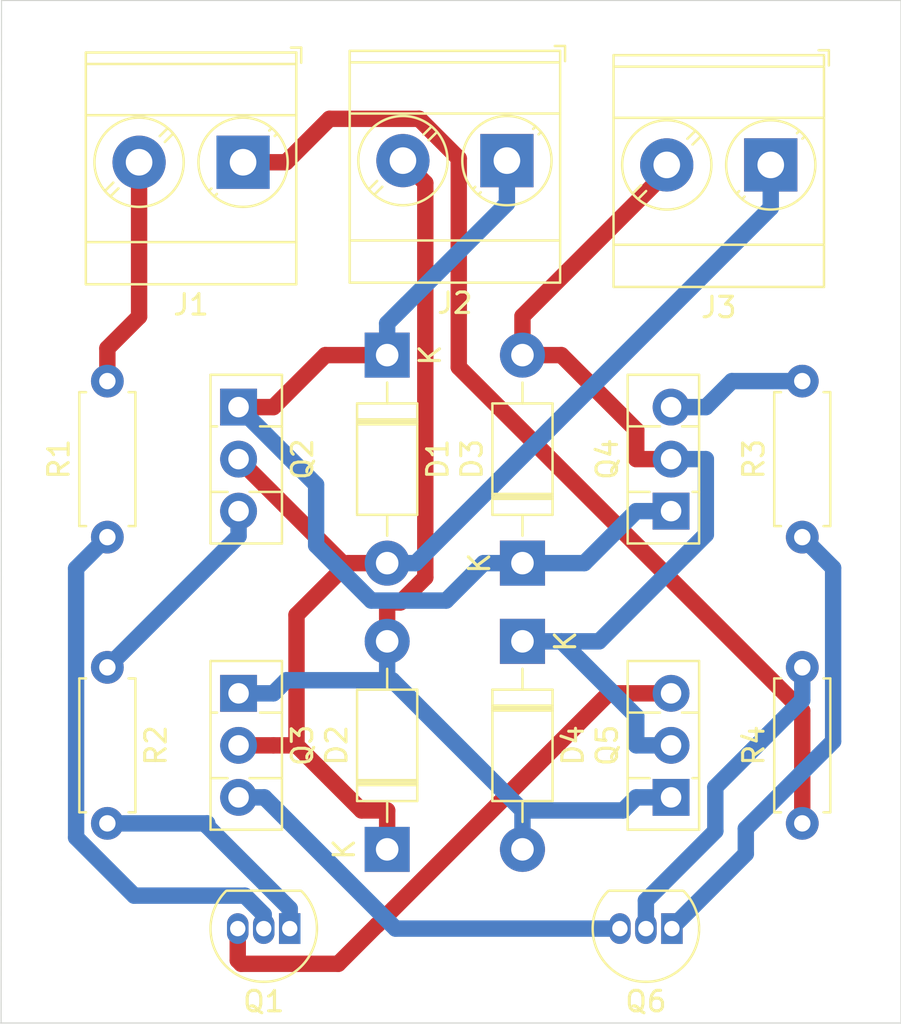
<source format=kicad_pcb>
(kicad_pcb (version 20171130) (host pcbnew "(5.1.6)-1")

  (general
    (thickness 1.6)
    (drawings 11)
    (tracks 107)
    (zones 0)
    (modules 17)
    (nets 15)
  )

  (page A4)
  (layers
    (0 F.Cu signal)
    (31 B.Cu signal)
    (32 B.Adhes user)
    (33 F.Adhes user)
    (34 B.Paste user)
    (35 F.Paste user)
    (36 B.SilkS user)
    (37 F.SilkS user)
    (38 B.Mask user)
    (39 F.Mask user)
    (40 Dwgs.User user)
    (41 Cmts.User user)
    (42 Eco1.User user)
    (43 Eco2.User user)
    (44 Edge.Cuts user)
    (45 Margin user hide)
    (46 B.CrtYd user)
    (47 F.CrtYd user)
    (48 B.Fab user)
    (49 F.Fab user)
  )

  (setup
    (last_trace_width 0.8)
    (trace_clearance 0.3)
    (zone_clearance 0.508)
    (zone_45_only no)
    (trace_min 0.2)
    (via_size 0.8)
    (via_drill 0.4)
    (via_min_size 0.4)
    (via_min_drill 0.3)
    (uvia_size 0.3)
    (uvia_drill 0.1)
    (uvias_allowed no)
    (uvia_min_size 0.2)
    (uvia_min_drill 0.1)
    (edge_width 0.05)
    (segment_width 0.2)
    (pcb_text_width 0.3)
    (pcb_text_size 1.5 1.5)
    (mod_edge_width 0.12)
    (mod_text_size 1 1)
    (mod_text_width 0.15)
    (pad_size 1.524 1.524)
    (pad_drill 0.762)
    (pad_to_mask_clearance 0.05)
    (aux_axis_origin 108.04 92.92)
    (visible_elements 7FFFFFFF)
    (pcbplotparams
      (layerselection 0x0d0fc_ffffffff)
      (usegerberextensions false)
      (usegerberattributes true)
      (usegerberadvancedattributes true)
      (creategerberjobfile true)
      (excludeedgelayer true)
      (linewidth 0.100000)
      (plotframeref false)
      (viasonmask false)
      (mode 1)
      (useauxorigin true)
      (hpglpennumber 1)
      (hpglpenspeed 20)
      (hpglpendiameter 15.000000)
      (psnegative false)
      (psa4output false)
      (plotreference true)
      (plotvalue true)
      (plotinvisibletext false)
      (padsonsilk false)
      (subtractmaskfromsilk false)
      (outputformat 1)
      (mirror false)
      (drillshape 0)
      (scaleselection 1)
      (outputdirectory "gerber"))
  )

  (net 0 "")
  (net 1 "Net-(D1-Pad1)")
  (net 2 GND)
  (net 3 "Net-(J1-Pad1)")
  (net 4 "Net-(Q1-Pad2)")
  (net 5 "Net-(Q1-Pad3)")
  (net 6 "Net-(Q1-Pad1)")
  (net 7 "Net-(Q2-Pad3)")
  (net 8 "Net-(Q3-Pad3)")
  (net 9 "Net-(Q4-Pad3)")
  (net 10 "Net-(Q6-Pad1)")
  (net 11 "Net-(Q6-Pad2)")
  (net 12 Mot1)
  (net 13 Mot2)
  (net 14 "Net-(J1-Pad2)")

  (net_class Default "This is the default net class."
    (clearance 0.3)
    (trace_width 0.8)
    (via_dia 0.8)
    (via_drill 0.4)
    (uvia_dia 0.3)
    (uvia_drill 0.1)
    (add_net GND)
    (add_net Mot1)
    (add_net Mot2)
    (add_net "Net-(D1-Pad1)")
    (add_net "Net-(J1-Pad1)")
    (add_net "Net-(J1-Pad2)")
    (add_net "Net-(Q1-Pad1)")
    (add_net "Net-(Q1-Pad2)")
    (add_net "Net-(Q1-Pad3)")
    (add_net "Net-(Q2-Pad3)")
    (add_net "Net-(Q3-Pad3)")
    (add_net "Net-(Q4-Pad3)")
    (add_net "Net-(Q6-Pad1)")
    (add_net "Net-(Q6-Pad2)")
  )

  (module Package_TO_SOT_THT:TO-126-3_Vertical (layer F.Cu) (tedit 5AC8BA0D) (tstamp 5FBC1DBE)
    (at 119.64 76.81 270)
    (descr "TO-126-3, Vertical, RM 2.54mm, see https://www.diodes.com/assets/Package-Files/TO126.pdf")
    (tags "TO-126-3 Vertical RM 2.54mm")
    (path /5FA5A5DC)
    (fp_text reference Q3 (at 2.54 -3.12 90) (layer F.SilkS)
      (effects (font (size 1 1) (thickness 0.15)))
    )
    (fp_text value BD139 (at 2.54 2.5 90) (layer F.Fab)
      (effects (font (size 1 1) (thickness 0.15)))
    )
    (fp_line (start -1.46 -2) (end -1.46 1.25) (layer F.Fab) (width 0.1))
    (fp_line (start -1.46 1.25) (end 6.54 1.25) (layer F.Fab) (width 0.1))
    (fp_line (start 6.54 1.25) (end 6.54 -2) (layer F.Fab) (width 0.1))
    (fp_line (start 6.54 -2) (end -1.46 -2) (layer F.Fab) (width 0.1))
    (fp_line (start 0.94 -2) (end 0.94 1.25) (layer F.Fab) (width 0.1))
    (fp_line (start 4.14 -2) (end 4.14 1.25) (layer F.Fab) (width 0.1))
    (fp_line (start -1.58 -2.12) (end 6.66 -2.12) (layer F.SilkS) (width 0.12))
    (fp_line (start -1.58 1.37) (end 6.66 1.37) (layer F.SilkS) (width 0.12))
    (fp_line (start -1.58 -2.12) (end -1.58 1.37) (layer F.SilkS) (width 0.12))
    (fp_line (start 6.66 -2.12) (end 6.66 1.37) (layer F.SilkS) (width 0.12))
    (fp_line (start 0.94 -2.12) (end 0.94 -1.05) (layer F.SilkS) (width 0.12))
    (fp_line (start 0.94 1.05) (end 0.94 1.37) (layer F.SilkS) (width 0.12))
    (fp_line (start 4.141 -2.12) (end 4.141 -0.54) (layer F.SilkS) (width 0.12))
    (fp_line (start 4.141 0.54) (end 4.141 1.37) (layer F.SilkS) (width 0.12))
    (fp_line (start -1.71 -2.25) (end -1.71 1.5) (layer F.CrtYd) (width 0.05))
    (fp_line (start -1.71 1.5) (end 6.79 1.5) (layer F.CrtYd) (width 0.05))
    (fp_line (start 6.79 1.5) (end 6.79 -2.25) (layer F.CrtYd) (width 0.05))
    (fp_line (start 6.79 -2.25) (end -1.71 -2.25) (layer F.CrtYd) (width 0.05))
    (fp_text user %R (at 2.54 -3.12 90) (layer F.Fab)
      (effects (font (size 1 1) (thickness 0.15)))
    )
    (pad 3 thru_hole oval (at 5.08 0 270) (size 1.8 1.8) (drill 1) (layers *.Cu *.Mask)
      (net 8 "Net-(Q3-Pad3)"))
    (pad 2 thru_hole oval (at 2.54 0 270) (size 1.8 1.8) (drill 1) (layers *.Cu *.Mask)
      (net 12 Mot1))
    (pad 1 thru_hole rect (at 0 0 270) (size 1.8 1.8) (drill 1) (layers *.Cu *.Mask)
      (net 2 GND))
    (model ${KISYS3DMOD}/Package_TO_SOT_THT.3dshapes/TO-126-3_Vertical.wrl
      (at (xyz 0 0 0))
      (scale (xyz 1 1 1))
      (rotate (xyz 0 0 0))
    )
  )

  (module Resistor_THT:R_Axial_DIN0207_L6.3mm_D2.5mm_P7.62mm_Horizontal (layer F.Cu) (tedit 5AE5139B) (tstamp 5FBC1E51)
    (at 147.18 83.16 90)
    (descr "Resistor, Axial_DIN0207 series, Axial, Horizontal, pin pitch=7.62mm, 0.25W = 1/4W, length*diameter=6.3*2.5mm^2, http://cdn-reichelt.de/documents/datenblatt/B400/1_4W%23YAG.pdf")
    (tags "Resistor Axial_DIN0207 series Axial Horizontal pin pitch 7.62mm 0.25W = 1/4W length 6.3mm diameter 2.5mm")
    (path /5FA62D7C)
    (fp_text reference R4 (at 3.81 -2.37 90) (layer F.SilkS)
      (effects (font (size 1 1) (thickness 0.15)))
    )
    (fp_text value R (at 3.81 2.37 90) (layer F.Fab)
      (effects (font (size 1 1) (thickness 0.15)))
    )
    (fp_line (start 8.67 -1.5) (end -1.05 -1.5) (layer F.CrtYd) (width 0.05))
    (fp_line (start 8.67 1.5) (end 8.67 -1.5) (layer F.CrtYd) (width 0.05))
    (fp_line (start -1.05 1.5) (end 8.67 1.5) (layer F.CrtYd) (width 0.05))
    (fp_line (start -1.05 -1.5) (end -1.05 1.5) (layer F.CrtYd) (width 0.05))
    (fp_line (start 7.08 1.37) (end 7.08 1.04) (layer F.SilkS) (width 0.12))
    (fp_line (start 0.54 1.37) (end 7.08 1.37) (layer F.SilkS) (width 0.12))
    (fp_line (start 0.54 1.04) (end 0.54 1.37) (layer F.SilkS) (width 0.12))
    (fp_line (start 7.08 -1.37) (end 7.08 -1.04) (layer F.SilkS) (width 0.12))
    (fp_line (start 0.54 -1.37) (end 7.08 -1.37) (layer F.SilkS) (width 0.12))
    (fp_line (start 0.54 -1.04) (end 0.54 -1.37) (layer F.SilkS) (width 0.12))
    (fp_line (start 7.62 0) (end 6.96 0) (layer F.Fab) (width 0.1))
    (fp_line (start 0 0) (end 0.66 0) (layer F.Fab) (width 0.1))
    (fp_line (start 6.96 -1.25) (end 0.66 -1.25) (layer F.Fab) (width 0.1))
    (fp_line (start 6.96 1.25) (end 6.96 -1.25) (layer F.Fab) (width 0.1))
    (fp_line (start 0.66 1.25) (end 6.96 1.25) (layer F.Fab) (width 0.1))
    (fp_line (start 0.66 -1.25) (end 0.66 1.25) (layer F.Fab) (width 0.1))
    (fp_text user %R (at 3.81 0 90) (layer F.Fab)
      (effects (font (size 1 1) (thickness 0.15)))
    )
    (pad 1 thru_hole circle (at 0 0 90) (size 1.6 1.6) (drill 0.8) (layers *.Cu *.Mask)
      (net 3 "Net-(J1-Pad1)"))
    (pad 2 thru_hole oval (at 7.62 0 90) (size 1.6 1.6) (drill 0.8) (layers *.Cu *.Mask)
      (net 11 "Net-(Q6-Pad2)"))
    (model ${KISYS3DMOD}/Resistor_THT.3dshapes/R_Axial_DIN0207_L6.3mm_D2.5mm_P7.62mm_Horizontal.wrl
      (at (xyz 0 0 0))
      (scale (xyz 1 1 1))
      (rotate (xyz 0 0 0))
    )
  )

  (module Package_TO_SOT_THT:TO-126-3_Vertical (layer F.Cu) (tedit 5AC8BA0D) (tstamp 5FBC1E09)
    (at 140.77 81.89 90)
    (descr "TO-126-3, Vertical, RM 2.54mm, see https://www.diodes.com/assets/Package-Files/TO126.pdf")
    (tags "TO-126-3 Vertical RM 2.54mm")
    (path /5FA5BC3E)
    (fp_text reference Q5 (at 2.54 -3.12 90) (layer F.SilkS)
      (effects (font (size 1 1) (thickness 0.15)))
    )
    (fp_text value BD139 (at 2.54 2.5 90) (layer F.Fab)
      (effects (font (size 1 1) (thickness 0.15)))
    )
    (fp_line (start 6.79 -2.25) (end -1.71 -2.25) (layer F.CrtYd) (width 0.05))
    (fp_line (start 6.79 1.5) (end 6.79 -2.25) (layer F.CrtYd) (width 0.05))
    (fp_line (start -1.71 1.5) (end 6.79 1.5) (layer F.CrtYd) (width 0.05))
    (fp_line (start -1.71 -2.25) (end -1.71 1.5) (layer F.CrtYd) (width 0.05))
    (fp_line (start 4.141 0.54) (end 4.141 1.37) (layer F.SilkS) (width 0.12))
    (fp_line (start 4.141 -2.12) (end 4.141 -0.54) (layer F.SilkS) (width 0.12))
    (fp_line (start 0.94 1.05) (end 0.94 1.37) (layer F.SilkS) (width 0.12))
    (fp_line (start 0.94 -2.12) (end 0.94 -1.05) (layer F.SilkS) (width 0.12))
    (fp_line (start 6.66 -2.12) (end 6.66 1.37) (layer F.SilkS) (width 0.12))
    (fp_line (start -1.58 -2.12) (end -1.58 1.37) (layer F.SilkS) (width 0.12))
    (fp_line (start -1.58 1.37) (end 6.66 1.37) (layer F.SilkS) (width 0.12))
    (fp_line (start -1.58 -2.12) (end 6.66 -2.12) (layer F.SilkS) (width 0.12))
    (fp_line (start 4.14 -2) (end 4.14 1.25) (layer F.Fab) (width 0.1))
    (fp_line (start 0.94 -2) (end 0.94 1.25) (layer F.Fab) (width 0.1))
    (fp_line (start 6.54 -2) (end -1.46 -2) (layer F.Fab) (width 0.1))
    (fp_line (start 6.54 1.25) (end 6.54 -2) (layer F.Fab) (width 0.1))
    (fp_line (start -1.46 1.25) (end 6.54 1.25) (layer F.Fab) (width 0.1))
    (fp_line (start -1.46 -2) (end -1.46 1.25) (layer F.Fab) (width 0.1))
    (fp_text user %R (at 2.54 -3.12 90) (layer F.Fab)
      (effects (font (size 1 1) (thickness 0.15)))
    )
    (pad 1 thru_hole rect (at 0 0 90) (size 1.8 1.8) (drill 1) (layers *.Cu *.Mask)
      (net 2 GND))
    (pad 2 thru_hole oval (at 2.54 0 90) (size 1.8 1.8) (drill 1) (layers *.Cu *.Mask)
      (net 13 Mot2))
    (pad 3 thru_hole oval (at 5.08 0 90) (size 1.8 1.8) (drill 1) (layers *.Cu *.Mask)
      (net 5 "Net-(Q1-Pad3)"))
    (model ${KISYS3DMOD}/Package_TO_SOT_THT.3dshapes/TO-126-3_Vertical.wrl
      (at (xyz 0 0 0))
      (scale (xyz 1 1 1))
      (rotate (xyz 0 0 0))
    )
  )

  (module Diode_THT:D_DO-41_SOD81_P10.16mm_Horizontal (layer F.Cu) (tedit 5AE50CD5) (tstamp 5FA60CE2)
    (at 126.9 60.29 270)
    (descr "Diode, DO-41_SOD81 series, Axial, Horizontal, pin pitch=10.16mm, , length*diameter=5.2*2.7mm^2, , http://www.diodes.com/_files/packages/DO-41%20(Plastic).pdf")
    (tags "Diode DO-41_SOD81 series Axial Horizontal pin pitch 10.16mm  length 5.2mm diameter 2.7mm")
    (path /5FA64925)
    (fp_text reference D1 (at 5.08 -2.47 90) (layer F.SilkS)
      (effects (font (size 1 1) (thickness 0.15)))
    )
    (fp_text value 1N4001 (at 5.08 2.47 90) (layer F.Fab)
      (effects (font (size 1 1) (thickness 0.15)))
    )
    (fp_line (start 11.51 -1.6) (end -1.35 -1.6) (layer F.CrtYd) (width 0.05))
    (fp_line (start 11.51 1.6) (end 11.51 -1.6) (layer F.CrtYd) (width 0.05))
    (fp_line (start -1.35 1.6) (end 11.51 1.6) (layer F.CrtYd) (width 0.05))
    (fp_line (start -1.35 -1.6) (end -1.35 1.6) (layer F.CrtYd) (width 0.05))
    (fp_line (start 3.14 -1.47) (end 3.14 1.47) (layer F.SilkS) (width 0.12))
    (fp_line (start 3.38 -1.47) (end 3.38 1.47) (layer F.SilkS) (width 0.12))
    (fp_line (start 3.26 -1.47) (end 3.26 1.47) (layer F.SilkS) (width 0.12))
    (fp_line (start 8.82 0) (end 7.8 0) (layer F.SilkS) (width 0.12))
    (fp_line (start 1.34 0) (end 2.36 0) (layer F.SilkS) (width 0.12))
    (fp_line (start 7.8 -1.47) (end 2.36 -1.47) (layer F.SilkS) (width 0.12))
    (fp_line (start 7.8 1.47) (end 7.8 -1.47) (layer F.SilkS) (width 0.12))
    (fp_line (start 2.36 1.47) (end 7.8 1.47) (layer F.SilkS) (width 0.12))
    (fp_line (start 2.36 -1.47) (end 2.36 1.47) (layer F.SilkS) (width 0.12))
    (fp_line (start 3.16 -1.35) (end 3.16 1.35) (layer F.Fab) (width 0.1))
    (fp_line (start 3.36 -1.35) (end 3.36 1.35) (layer F.Fab) (width 0.1))
    (fp_line (start 3.26 -1.35) (end 3.26 1.35) (layer F.Fab) (width 0.1))
    (fp_line (start 10.16 0) (end 7.68 0) (layer F.Fab) (width 0.1))
    (fp_line (start 0 0) (end 2.48 0) (layer F.Fab) (width 0.1))
    (fp_line (start 7.68 -1.35) (end 2.48 -1.35) (layer F.Fab) (width 0.1))
    (fp_line (start 7.68 1.35) (end 7.68 -1.35) (layer F.Fab) (width 0.1))
    (fp_line (start 2.48 1.35) (end 7.68 1.35) (layer F.Fab) (width 0.1))
    (fp_line (start 2.48 -1.35) (end 2.48 1.35) (layer F.Fab) (width 0.1))
    (fp_text user %R (at 5.47 0 90) (layer F.Fab)
      (effects (font (size 1 1) (thickness 0.15)))
    )
    (fp_text user K (at 0 -2.1 90) (layer F.Fab)
      (effects (font (size 1 1) (thickness 0.15)))
    )
    (fp_text user K (at 0 -2.1 90) (layer F.SilkS)
      (effects (font (size 1 1) (thickness 0.15)))
    )
    (pad 1 thru_hole rect (at 0 0 270) (size 2.2 2.2) (drill 1.1) (layers *.Cu *.Mask)
      (net 1 "Net-(D1-Pad1)"))
    (pad 2 thru_hole oval (at 10.16 0 270) (size 2.2 2.2) (drill 1.1) (layers *.Cu *.Mask)
      (net 12 Mot1))
    (model ${KISYS3DMOD}/Diode_THT.3dshapes/D_DO-41_SOD81_P10.16mm_Horizontal.wrl
      (at (xyz 0 0 0))
      (scale (xyz 1 1 1))
      (rotate (xyz 0 0 0))
    )
  )

  (module Diode_THT:D_DO-41_SOD81_P10.16mm_Horizontal (layer F.Cu) (tedit 5AE50CD5) (tstamp 5FBC1D69)
    (at 126.9 84.43 90)
    (descr "Diode, DO-41_SOD81 series, Axial, Horizontal, pin pitch=10.16mm, , length*diameter=5.2*2.7mm^2, , http://www.diodes.com/_files/packages/DO-41%20(Plastic).pdf")
    (tags "Diode DO-41_SOD81 series Axial Horizontal pin pitch 10.16mm  length 5.2mm diameter 2.7mm")
    (path /5FA65B20)
    (fp_text reference D2 (at 5.08 -2.47 90) (layer F.SilkS)
      (effects (font (size 1 1) (thickness 0.15)))
    )
    (fp_text value 1N4001 (at 5.08 2.47 90) (layer F.Fab)
      (effects (font (size 1 1) (thickness 0.15)))
    )
    (fp_line (start 11.51 -1.6) (end -1.35 -1.6) (layer F.CrtYd) (width 0.05))
    (fp_line (start 11.51 1.6) (end 11.51 -1.6) (layer F.CrtYd) (width 0.05))
    (fp_line (start -1.35 1.6) (end 11.51 1.6) (layer F.CrtYd) (width 0.05))
    (fp_line (start -1.35 -1.6) (end -1.35 1.6) (layer F.CrtYd) (width 0.05))
    (fp_line (start 3.14 -1.47) (end 3.14 1.47) (layer F.SilkS) (width 0.12))
    (fp_line (start 3.38 -1.47) (end 3.38 1.47) (layer F.SilkS) (width 0.12))
    (fp_line (start 3.26 -1.47) (end 3.26 1.47) (layer F.SilkS) (width 0.12))
    (fp_line (start 8.82 0) (end 7.8 0) (layer F.SilkS) (width 0.12))
    (fp_line (start 1.34 0) (end 2.36 0) (layer F.SilkS) (width 0.12))
    (fp_line (start 7.8 -1.47) (end 2.36 -1.47) (layer F.SilkS) (width 0.12))
    (fp_line (start 7.8 1.47) (end 7.8 -1.47) (layer F.SilkS) (width 0.12))
    (fp_line (start 2.36 1.47) (end 7.8 1.47) (layer F.SilkS) (width 0.12))
    (fp_line (start 2.36 -1.47) (end 2.36 1.47) (layer F.SilkS) (width 0.12))
    (fp_line (start 3.16 -1.35) (end 3.16 1.35) (layer F.Fab) (width 0.1))
    (fp_line (start 3.36 -1.35) (end 3.36 1.35) (layer F.Fab) (width 0.1))
    (fp_line (start 3.26 -1.35) (end 3.26 1.35) (layer F.Fab) (width 0.1))
    (fp_line (start 10.16 0) (end 7.68 0) (layer F.Fab) (width 0.1))
    (fp_line (start 0 0) (end 2.48 0) (layer F.Fab) (width 0.1))
    (fp_line (start 7.68 -1.35) (end 2.48 -1.35) (layer F.Fab) (width 0.1))
    (fp_line (start 7.68 1.35) (end 7.68 -1.35) (layer F.Fab) (width 0.1))
    (fp_line (start 2.48 1.35) (end 7.68 1.35) (layer F.Fab) (width 0.1))
    (fp_line (start 2.48 -1.35) (end 2.48 1.35) (layer F.Fab) (width 0.1))
    (fp_text user %R (at 5.47 0 90) (layer F.Fab)
      (effects (font (size 1 1) (thickness 0.15)))
    )
    (fp_text user K (at 0 -2.1 90) (layer F.Fab)
      (effects (font (size 1 1) (thickness 0.15)))
    )
    (fp_text user K (at 0 -2.1 90) (layer F.SilkS)
      (effects (font (size 1 1) (thickness 0.15)))
    )
    (pad 1 thru_hole rect (at 0 0 90) (size 2.2 2.2) (drill 1.1) (layers *.Cu *.Mask)
      (net 12 Mot1))
    (pad 2 thru_hole oval (at 10.16 0 90) (size 2.2 2.2) (drill 1.1) (layers *.Cu *.Mask)
      (net 2 GND))
    (model ${KISYS3DMOD}/Diode_THT.3dshapes/D_DO-41_SOD81_P10.16mm_Horizontal.wrl
      (at (xyz 0 0 0))
      (scale (xyz 1 1 1))
      (rotate (xyz 0 0 0))
    )
  )

  (module Diode_THT:D_DO-41_SOD81_P10.16mm_Horizontal (layer F.Cu) (tedit 5AE50CD5) (tstamp 5FA60D20)
    (at 133.51 70.45 90)
    (descr "Diode, DO-41_SOD81 series, Axial, Horizontal, pin pitch=10.16mm, , length*diameter=5.2*2.7mm^2, , http://www.diodes.com/_files/packages/DO-41%20(Plastic).pdf")
    (tags "Diode DO-41_SOD81 series Axial Horizontal pin pitch 10.16mm  length 5.2mm diameter 2.7mm")
    (path /5FA6558F)
    (fp_text reference D3 (at 5.08 -2.47 90) (layer F.SilkS)
      (effects (font (size 1 1) (thickness 0.15)))
    )
    (fp_text value 1N4001 (at 5.08 2.47 90) (layer F.Fab)
      (effects (font (size 1 1) (thickness 0.15)))
    )
    (fp_line (start 2.48 -1.35) (end 2.48 1.35) (layer F.Fab) (width 0.1))
    (fp_line (start 2.48 1.35) (end 7.68 1.35) (layer F.Fab) (width 0.1))
    (fp_line (start 7.68 1.35) (end 7.68 -1.35) (layer F.Fab) (width 0.1))
    (fp_line (start 7.68 -1.35) (end 2.48 -1.35) (layer F.Fab) (width 0.1))
    (fp_line (start 0 0) (end 2.48 0) (layer F.Fab) (width 0.1))
    (fp_line (start 10.16 0) (end 7.68 0) (layer F.Fab) (width 0.1))
    (fp_line (start 3.26 -1.35) (end 3.26 1.35) (layer F.Fab) (width 0.1))
    (fp_line (start 3.36 -1.35) (end 3.36 1.35) (layer F.Fab) (width 0.1))
    (fp_line (start 3.16 -1.35) (end 3.16 1.35) (layer F.Fab) (width 0.1))
    (fp_line (start 2.36 -1.47) (end 2.36 1.47) (layer F.SilkS) (width 0.12))
    (fp_line (start 2.36 1.47) (end 7.8 1.47) (layer F.SilkS) (width 0.12))
    (fp_line (start 7.8 1.47) (end 7.8 -1.47) (layer F.SilkS) (width 0.12))
    (fp_line (start 7.8 -1.47) (end 2.36 -1.47) (layer F.SilkS) (width 0.12))
    (fp_line (start 1.34 0) (end 2.36 0) (layer F.SilkS) (width 0.12))
    (fp_line (start 8.82 0) (end 7.8 0) (layer F.SilkS) (width 0.12))
    (fp_line (start 3.26 -1.47) (end 3.26 1.47) (layer F.SilkS) (width 0.12))
    (fp_line (start 3.38 -1.47) (end 3.38 1.47) (layer F.SilkS) (width 0.12))
    (fp_line (start 3.14 -1.47) (end 3.14 1.47) (layer F.SilkS) (width 0.12))
    (fp_line (start -1.35 -1.6) (end -1.35 1.6) (layer F.CrtYd) (width 0.05))
    (fp_line (start -1.35 1.6) (end 11.51 1.6) (layer F.CrtYd) (width 0.05))
    (fp_line (start 11.51 1.6) (end 11.51 -1.6) (layer F.CrtYd) (width 0.05))
    (fp_line (start 11.51 -1.6) (end -1.35 -1.6) (layer F.CrtYd) (width 0.05))
    (fp_text user K (at 0 -2.1 90) (layer F.SilkS)
      (effects (font (size 1 1) (thickness 0.15)))
    )
    (fp_text user K (at 0 -2.1 90) (layer F.Fab)
      (effects (font (size 1 1) (thickness 0.15)))
    )
    (fp_text user %R (at 5.47 0 90) (layer F.Fab)
      (effects (font (size 1 1) (thickness 0.15)))
    )
    (pad 2 thru_hole oval (at 10.16 0 90) (size 2.2 2.2) (drill 1.1) (layers *.Cu *.Mask)
      (net 13 Mot2))
    (pad 1 thru_hole rect (at 0 0 90) (size 2.2 2.2) (drill 1.1) (layers *.Cu *.Mask)
      (net 1 "Net-(D1-Pad1)"))
    (model ${KISYS3DMOD}/Diode_THT.3dshapes/D_DO-41_SOD81_P10.16mm_Horizontal.wrl
      (at (xyz 0 0 0))
      (scale (xyz 1 1 1))
      (rotate (xyz 0 0 0))
    )
  )

  (module Diode_THT:D_DO-41_SOD81_P10.16mm_Horizontal (layer F.Cu) (tedit 5AE50CD5) (tstamp 5FBC1B8F)
    (at 133.51 74.27 270)
    (descr "Diode, DO-41_SOD81 series, Axial, Horizontal, pin pitch=10.16mm, , length*diameter=5.2*2.7mm^2, , http://www.diodes.com/_files/packages/DO-41%20(Plastic).pdf")
    (tags "Diode DO-41_SOD81 series Axial Horizontal pin pitch 10.16mm  length 5.2mm diameter 2.7mm")
    (path /5FA66A93)
    (fp_text reference D4 (at 5.08 -2.47 90) (layer F.SilkS)
      (effects (font (size 1 1) (thickness 0.15)))
    )
    (fp_text value 1N4001 (at 5.08 2.47 90) (layer F.Fab)
      (effects (font (size 1 1) (thickness 0.15)))
    )
    (fp_line (start 2.48 -1.35) (end 2.48 1.35) (layer F.Fab) (width 0.1))
    (fp_line (start 2.48 1.35) (end 7.68 1.35) (layer F.Fab) (width 0.1))
    (fp_line (start 7.68 1.35) (end 7.68 -1.35) (layer F.Fab) (width 0.1))
    (fp_line (start 7.68 -1.35) (end 2.48 -1.35) (layer F.Fab) (width 0.1))
    (fp_line (start 0 0) (end 2.48 0) (layer F.Fab) (width 0.1))
    (fp_line (start 10.16 0) (end 7.68 0) (layer F.Fab) (width 0.1))
    (fp_line (start 3.26 -1.35) (end 3.26 1.35) (layer F.Fab) (width 0.1))
    (fp_line (start 3.36 -1.35) (end 3.36 1.35) (layer F.Fab) (width 0.1))
    (fp_line (start 3.16 -1.35) (end 3.16 1.35) (layer F.Fab) (width 0.1))
    (fp_line (start 2.36 -1.47) (end 2.36 1.47) (layer F.SilkS) (width 0.12))
    (fp_line (start 2.36 1.47) (end 7.8 1.47) (layer F.SilkS) (width 0.12))
    (fp_line (start 7.8 1.47) (end 7.8 -1.47) (layer F.SilkS) (width 0.12))
    (fp_line (start 7.8 -1.47) (end 2.36 -1.47) (layer F.SilkS) (width 0.12))
    (fp_line (start 1.34 0) (end 2.36 0) (layer F.SilkS) (width 0.12))
    (fp_line (start 8.82 0) (end 7.8 0) (layer F.SilkS) (width 0.12))
    (fp_line (start 3.26 -1.47) (end 3.26 1.47) (layer F.SilkS) (width 0.12))
    (fp_line (start 3.38 -1.47) (end 3.38 1.47) (layer F.SilkS) (width 0.12))
    (fp_line (start 3.14 -1.47) (end 3.14 1.47) (layer F.SilkS) (width 0.12))
    (fp_line (start -1.35 -1.6) (end -1.35 1.6) (layer F.CrtYd) (width 0.05))
    (fp_line (start -1.35 1.6) (end 11.51 1.6) (layer F.CrtYd) (width 0.05))
    (fp_line (start 11.51 1.6) (end 11.51 -1.6) (layer F.CrtYd) (width 0.05))
    (fp_line (start 11.51 -1.6) (end -1.35 -1.6) (layer F.CrtYd) (width 0.05))
    (fp_text user K (at 0 -2.1 90) (layer F.SilkS)
      (effects (font (size 1 1) (thickness 0.15)))
    )
    (fp_text user K (at 0 -2.1 90) (layer F.Fab)
      (effects (font (size 1 1) (thickness 0.15)))
    )
    (fp_text user %R (at 5.47 0 90) (layer F.Fab)
      (effects (font (size 1 1) (thickness 0.15)))
    )
    (pad 2 thru_hole oval (at 10.16 0 270) (size 2.2 2.2) (drill 1.1) (layers *.Cu *.Mask)
      (net 2 GND))
    (pad 1 thru_hole rect (at 0 0 270) (size 2.2 2.2) (drill 1.1) (layers *.Cu *.Mask)
      (net 13 Mot2))
    (model ${KISYS3DMOD}/Diode_THT.3dshapes/D_DO-41_SOD81_P10.16mm_Horizontal.wrl
      (at (xyz 0 0 0))
      (scale (xyz 1 1 1))
      (rotate (xyz 0 0 0))
    )
  )

  (module Package_TO_SOT_THT:TO-92_Inline (layer F.Cu) (tedit 5A1DD157) (tstamp 5FBC2A50)
    (at 122.14 88.3 180)
    (descr "TO-92 leads in-line, narrow, oval pads, drill 0.75mm (see NXP sot054_po.pdf)")
    (tags "to-92 sc-43 sc-43a sot54 PA33 transistor")
    (path /5FA5F77D)
    (fp_text reference Q1 (at 1.27 -3.56) (layer F.SilkS)
      (effects (font (size 1 1) (thickness 0.15)))
    )
    (fp_text value BC547 (at 1.27 2.79) (layer F.Fab)
      (effects (font (size 1 1) (thickness 0.15)))
    )
    (fp_line (start 4 2.01) (end -1.46 2.01) (layer F.CrtYd) (width 0.05))
    (fp_line (start 4 2.01) (end 4 -2.73) (layer F.CrtYd) (width 0.05))
    (fp_line (start -1.46 -2.73) (end -1.46 2.01) (layer F.CrtYd) (width 0.05))
    (fp_line (start -1.46 -2.73) (end 4 -2.73) (layer F.CrtYd) (width 0.05))
    (fp_line (start -0.5 1.75) (end 3 1.75) (layer F.Fab) (width 0.1))
    (fp_line (start -0.53 1.85) (end 3.07 1.85) (layer F.SilkS) (width 0.12))
    (fp_text user %R (at 1.27 0) (layer F.Fab)
      (effects (font (size 1 1) (thickness 0.15)))
    )
    (fp_arc (start 1.27 0) (end 1.27 -2.48) (angle 135) (layer F.Fab) (width 0.1))
    (fp_arc (start 1.27 0) (end 1.27 -2.6) (angle -135) (layer F.SilkS) (width 0.12))
    (fp_arc (start 1.27 0) (end 1.27 -2.48) (angle -135) (layer F.Fab) (width 0.1))
    (fp_arc (start 1.27 0) (end 1.27 -2.6) (angle 135) (layer F.SilkS) (width 0.12))
    (pad 2 thru_hole oval (at 1.27 0 180) (size 1.05 1.5) (drill 0.75) (layers *.Cu *.Mask)
      (net 4 "Net-(Q1-Pad2)"))
    (pad 3 thru_hole oval (at 2.54 0 180) (size 1.05 1.5) (drill 0.75) (layers *.Cu *.Mask)
      (net 5 "Net-(Q1-Pad3)"))
    (pad 1 thru_hole rect (at 0 0 180) (size 1.05 1.5) (drill 0.75) (layers *.Cu *.Mask)
      (net 6 "Net-(Q1-Pad1)"))
    (model ${KISYS3DMOD}/Package_TO_SOT_THT.3dshapes/TO-92_Inline.wrl
      (at (xyz 0 0 0))
      (scale (xyz 1 1 1))
      (rotate (xyz 0 0 0))
    )
  )

  (module Package_TO_SOT_THT:TO-126-3_Vertical (layer F.Cu) (tedit 5AC8BA0D) (tstamp 5FBC1BE4)
    (at 119.64 62.83 270)
    (descr "TO-126-3, Vertical, RM 2.54mm, see https://www.diodes.com/assets/Package-Files/TO126.pdf")
    (tags "TO-126-3 Vertical RM 2.54mm")
    (path /5FA5D255)
    (fp_text reference Q2 (at 2.54 -3.12 90) (layer F.SilkS)
      (effects (font (size 1 1) (thickness 0.15)))
    )
    (fp_text value BD140 (at 2.54 2.5 90) (layer F.Fab)
      (effects (font (size 1 1) (thickness 0.15)))
    )
    (fp_line (start -1.46 -2) (end -1.46 1.25) (layer F.Fab) (width 0.1))
    (fp_line (start -1.46 1.25) (end 6.54 1.25) (layer F.Fab) (width 0.1))
    (fp_line (start 6.54 1.25) (end 6.54 -2) (layer F.Fab) (width 0.1))
    (fp_line (start 6.54 -2) (end -1.46 -2) (layer F.Fab) (width 0.1))
    (fp_line (start 0.94 -2) (end 0.94 1.25) (layer F.Fab) (width 0.1))
    (fp_line (start 4.14 -2) (end 4.14 1.25) (layer F.Fab) (width 0.1))
    (fp_line (start -1.58 -2.12) (end 6.66 -2.12) (layer F.SilkS) (width 0.12))
    (fp_line (start -1.58 1.37) (end 6.66 1.37) (layer F.SilkS) (width 0.12))
    (fp_line (start -1.58 -2.12) (end -1.58 1.37) (layer F.SilkS) (width 0.12))
    (fp_line (start 6.66 -2.12) (end 6.66 1.37) (layer F.SilkS) (width 0.12))
    (fp_line (start 0.94 -2.12) (end 0.94 -1.05) (layer F.SilkS) (width 0.12))
    (fp_line (start 0.94 1.05) (end 0.94 1.37) (layer F.SilkS) (width 0.12))
    (fp_line (start 4.141 -2.12) (end 4.141 -0.54) (layer F.SilkS) (width 0.12))
    (fp_line (start 4.141 0.54) (end 4.141 1.37) (layer F.SilkS) (width 0.12))
    (fp_line (start -1.71 -2.25) (end -1.71 1.5) (layer F.CrtYd) (width 0.05))
    (fp_line (start -1.71 1.5) (end 6.79 1.5) (layer F.CrtYd) (width 0.05))
    (fp_line (start 6.79 1.5) (end 6.79 -2.25) (layer F.CrtYd) (width 0.05))
    (fp_line (start 6.79 -2.25) (end -1.71 -2.25) (layer F.CrtYd) (width 0.05))
    (fp_text user %R (at 2.54 -3.12 90) (layer F.Fab)
      (effects (font (size 1 1) (thickness 0.15)))
    )
    (pad 3 thru_hole oval (at 5.08 0 270) (size 1.8 1.8) (drill 1) (layers *.Cu *.Mask)
      (net 7 "Net-(Q2-Pad3)"))
    (pad 2 thru_hole oval (at 2.54 0 270) (size 1.8 1.8) (drill 1) (layers *.Cu *.Mask)
      (net 12 Mot1))
    (pad 1 thru_hole rect (at 0 0 270) (size 1.8 1.8) (drill 1) (layers *.Cu *.Mask)
      (net 1 "Net-(D1-Pad1)"))
    (model ${KISYS3DMOD}/Package_TO_SOT_THT.3dshapes/TO-126-3_Vertical.wrl
      (at (xyz 0 0 0))
      (scale (xyz 1 1 1))
      (rotate (xyz 0 0 0))
    )
  )

  (module Package_TO_SOT_THT:TO-126-3_Vertical (layer F.Cu) (tedit 5AC8BA0D) (tstamp 5FBC1CE6)
    (at 140.77 67.91 90)
    (descr "TO-126-3, Vertical, RM 2.54mm, see https://www.diodes.com/assets/Package-Files/TO126.pdf")
    (tags "TO-126-3 Vertical RM 2.54mm")
    (path /5FA5E55C)
    (fp_text reference Q4 (at 2.54 -3.12 90) (layer F.SilkS)
      (effects (font (size 1 1) (thickness 0.15)))
    )
    (fp_text value BD140 (at 2.54 2.5 90) (layer F.Fab)
      (effects (font (size 1 1) (thickness 0.15)))
    )
    (fp_line (start 6.79 -2.25) (end -1.71 -2.25) (layer F.CrtYd) (width 0.05))
    (fp_line (start 6.79 1.5) (end 6.79 -2.25) (layer F.CrtYd) (width 0.05))
    (fp_line (start -1.71 1.5) (end 6.79 1.5) (layer F.CrtYd) (width 0.05))
    (fp_line (start -1.71 -2.25) (end -1.71 1.5) (layer F.CrtYd) (width 0.05))
    (fp_line (start 4.141 0.54) (end 4.141 1.37) (layer F.SilkS) (width 0.12))
    (fp_line (start 4.141 -2.12) (end 4.141 -0.54) (layer F.SilkS) (width 0.12))
    (fp_line (start 0.94 1.05) (end 0.94 1.37) (layer F.SilkS) (width 0.12))
    (fp_line (start 0.94 -2.12) (end 0.94 -1.05) (layer F.SilkS) (width 0.12))
    (fp_line (start 6.66 -2.12) (end 6.66 1.37) (layer F.SilkS) (width 0.12))
    (fp_line (start -1.58 -2.12) (end -1.58 1.37) (layer F.SilkS) (width 0.12))
    (fp_line (start -1.58 1.37) (end 6.66 1.37) (layer F.SilkS) (width 0.12))
    (fp_line (start -1.58 -2.12) (end 6.66 -2.12) (layer F.SilkS) (width 0.12))
    (fp_line (start 4.14 -2) (end 4.14 1.25) (layer F.Fab) (width 0.1))
    (fp_line (start 0.94 -2) (end 0.94 1.25) (layer F.Fab) (width 0.1))
    (fp_line (start 6.54 -2) (end -1.46 -2) (layer F.Fab) (width 0.1))
    (fp_line (start 6.54 1.25) (end 6.54 -2) (layer F.Fab) (width 0.1))
    (fp_line (start -1.46 1.25) (end 6.54 1.25) (layer F.Fab) (width 0.1))
    (fp_line (start -1.46 -2) (end -1.46 1.25) (layer F.Fab) (width 0.1))
    (fp_text user %R (at 2.54 -3.12 90) (layer F.Fab)
      (effects (font (size 1 1) (thickness 0.15)))
    )
    (pad 1 thru_hole rect (at 0 0 90) (size 1.8 1.8) (drill 1) (layers *.Cu *.Mask)
      (net 1 "Net-(D1-Pad1)"))
    (pad 2 thru_hole oval (at 2.54 0 90) (size 1.8 1.8) (drill 1) (layers *.Cu *.Mask)
      (net 13 Mot2))
    (pad 3 thru_hole oval (at 5.08 0 90) (size 1.8 1.8) (drill 1) (layers *.Cu *.Mask)
      (net 9 "Net-(Q4-Pad3)"))
    (model ${KISYS3DMOD}/Package_TO_SOT_THT.3dshapes/TO-126-3_Vertical.wrl
      (at (xyz 0 0 0))
      (scale (xyz 1 1 1))
      (rotate (xyz 0 0 0))
    )
  )

  (module Package_TO_SOT_THT:TO-92_Inline (layer F.Cu) (tedit 5A1DD157) (tstamp 5FBC2A83)
    (at 140.81 88.3 180)
    (descr "TO-92 leads in-line, narrow, oval pads, drill 0.75mm (see NXP sot054_po.pdf)")
    (tags "to-92 sc-43 sc-43a sot54 PA33 transistor")
    (path /5FA60727)
    (fp_text reference Q6 (at 1.27 -3.56) (layer F.SilkS)
      (effects (font (size 1 1) (thickness 0.15)))
    )
    (fp_text value BC547 (at 1.27 2.79) (layer F.Fab)
      (effects (font (size 1 1) (thickness 0.15)))
    )
    (fp_line (start -0.53 1.85) (end 3.07 1.85) (layer F.SilkS) (width 0.12))
    (fp_line (start -0.5 1.75) (end 3 1.75) (layer F.Fab) (width 0.1))
    (fp_line (start -1.46 -2.73) (end 4 -2.73) (layer F.CrtYd) (width 0.05))
    (fp_line (start -1.46 -2.73) (end -1.46 2.01) (layer F.CrtYd) (width 0.05))
    (fp_line (start 4 2.01) (end 4 -2.73) (layer F.CrtYd) (width 0.05))
    (fp_line (start 4 2.01) (end -1.46 2.01) (layer F.CrtYd) (width 0.05))
    (fp_arc (start 1.27 0) (end 1.27 -2.6) (angle 135) (layer F.SilkS) (width 0.12))
    (fp_arc (start 1.27 0) (end 1.27 -2.48) (angle -135) (layer F.Fab) (width 0.1))
    (fp_arc (start 1.27 0) (end 1.27 -2.6) (angle -135) (layer F.SilkS) (width 0.12))
    (fp_arc (start 1.27 0) (end 1.27 -2.48) (angle 135) (layer F.Fab) (width 0.1))
    (fp_text user %R (at 1.27 0) (layer F.Fab)
      (effects (font (size 1 1) (thickness 0.15)))
    )
    (pad 1 thru_hole rect (at 0 0 180) (size 1.05 1.5) (drill 0.75) (layers *.Cu *.Mask)
      (net 10 "Net-(Q6-Pad1)"))
    (pad 3 thru_hole oval (at 2.54 0 180) (size 1.05 1.5) (drill 0.75) (layers *.Cu *.Mask)
      (net 8 "Net-(Q3-Pad3)"))
    (pad 2 thru_hole oval (at 1.27 0 180) (size 1.05 1.5) (drill 0.75) (layers *.Cu *.Mask)
      (net 11 "Net-(Q6-Pad2)"))
    (model ${KISYS3DMOD}/Package_TO_SOT_THT.3dshapes/TO-92_Inline.wrl
      (at (xyz 0 0 0))
      (scale (xyz 1 1 1))
      (rotate (xyz 0 0 0))
    )
  )

  (module Resistor_THT:R_Axial_DIN0207_L6.3mm_D2.5mm_P7.62mm_Horizontal (layer F.Cu) (tedit 5AE5139B) (tstamp 5FBC1CA1)
    (at 113.23 69.18 90)
    (descr "Resistor, Axial_DIN0207 series, Axial, Horizontal, pin pitch=7.62mm, 0.25W = 1/4W, length*diameter=6.3*2.5mm^2, http://cdn-reichelt.de/documents/datenblatt/B400/1_4W%23YAG.pdf")
    (tags "Resistor Axial_DIN0207 series Axial Horizontal pin pitch 7.62mm 0.25W = 1/4W length 6.3mm diameter 2.5mm")
    (path /5FA61C64)
    (fp_text reference R1 (at 3.81 -2.37 90) (layer F.SilkS)
      (effects (font (size 1 1) (thickness 0.15)))
    )
    (fp_text value R (at 3.81 2.37 90) (layer F.Fab)
      (effects (font (size 1 1) (thickness 0.15)))
    )
    (fp_line (start 8.67 -1.5) (end -1.05 -1.5) (layer F.CrtYd) (width 0.05))
    (fp_line (start 8.67 1.5) (end 8.67 -1.5) (layer F.CrtYd) (width 0.05))
    (fp_line (start -1.05 1.5) (end 8.67 1.5) (layer F.CrtYd) (width 0.05))
    (fp_line (start -1.05 -1.5) (end -1.05 1.5) (layer F.CrtYd) (width 0.05))
    (fp_line (start 7.08 1.37) (end 7.08 1.04) (layer F.SilkS) (width 0.12))
    (fp_line (start 0.54 1.37) (end 7.08 1.37) (layer F.SilkS) (width 0.12))
    (fp_line (start 0.54 1.04) (end 0.54 1.37) (layer F.SilkS) (width 0.12))
    (fp_line (start 7.08 -1.37) (end 7.08 -1.04) (layer F.SilkS) (width 0.12))
    (fp_line (start 0.54 -1.37) (end 7.08 -1.37) (layer F.SilkS) (width 0.12))
    (fp_line (start 0.54 -1.04) (end 0.54 -1.37) (layer F.SilkS) (width 0.12))
    (fp_line (start 7.62 0) (end 6.96 0) (layer F.Fab) (width 0.1))
    (fp_line (start 0 0) (end 0.66 0) (layer F.Fab) (width 0.1))
    (fp_line (start 6.96 -1.25) (end 0.66 -1.25) (layer F.Fab) (width 0.1))
    (fp_line (start 6.96 1.25) (end 6.96 -1.25) (layer F.Fab) (width 0.1))
    (fp_line (start 0.66 1.25) (end 6.96 1.25) (layer F.Fab) (width 0.1))
    (fp_line (start 0.66 -1.25) (end 0.66 1.25) (layer F.Fab) (width 0.1))
    (fp_text user %R (at 3.81 0 90) (layer F.Fab)
      (effects (font (size 1 1) (thickness 0.15)))
    )
    (pad 1 thru_hole circle (at 0 0 90) (size 1.6 1.6) (drill 0.8) (layers *.Cu *.Mask)
      (net 4 "Net-(Q1-Pad2)"))
    (pad 2 thru_hole oval (at 7.62 0 90) (size 1.6 1.6) (drill 0.8) (layers *.Cu *.Mask)
      (net 14 "Net-(J1-Pad2)"))
    (model ${KISYS3DMOD}/Resistor_THT.3dshapes/R_Axial_DIN0207_L6.3mm_D2.5mm_P7.62mm_Horizontal.wrl
      (at (xyz 0 0 0))
      (scale (xyz 1 1 1))
      (rotate (xyz 0 0 0))
    )
  )

  (module Resistor_THT:R_Axial_DIN0207_L6.3mm_D2.5mm_P7.62mm_Horizontal (layer F.Cu) (tedit 5AE5139B) (tstamp 5FBC1B45)
    (at 113.23 75.54 270)
    (descr "Resistor, Axial_DIN0207 series, Axial, Horizontal, pin pitch=7.62mm, 0.25W = 1/4W, length*diameter=6.3*2.5mm^2, http://cdn-reichelt.de/documents/datenblatt/B400/1_4W%23YAG.pdf")
    (tags "Resistor Axial_DIN0207 series Axial Horizontal pin pitch 7.62mm 0.25W = 1/4W length 6.3mm diameter 2.5mm")
    (path /5FA62918)
    (fp_text reference R2 (at 3.81 -2.37 90) (layer F.SilkS)
      (effects (font (size 1 1) (thickness 0.15)))
    )
    (fp_text value R (at 3.81 2.37 90) (layer F.Fab)
      (effects (font (size 1 1) (thickness 0.15)))
    )
    (fp_line (start 0.66 -1.25) (end 0.66 1.25) (layer F.Fab) (width 0.1))
    (fp_line (start 0.66 1.25) (end 6.96 1.25) (layer F.Fab) (width 0.1))
    (fp_line (start 6.96 1.25) (end 6.96 -1.25) (layer F.Fab) (width 0.1))
    (fp_line (start 6.96 -1.25) (end 0.66 -1.25) (layer F.Fab) (width 0.1))
    (fp_line (start 0 0) (end 0.66 0) (layer F.Fab) (width 0.1))
    (fp_line (start 7.62 0) (end 6.96 0) (layer F.Fab) (width 0.1))
    (fp_line (start 0.54 -1.04) (end 0.54 -1.37) (layer F.SilkS) (width 0.12))
    (fp_line (start 0.54 -1.37) (end 7.08 -1.37) (layer F.SilkS) (width 0.12))
    (fp_line (start 7.08 -1.37) (end 7.08 -1.04) (layer F.SilkS) (width 0.12))
    (fp_line (start 0.54 1.04) (end 0.54 1.37) (layer F.SilkS) (width 0.12))
    (fp_line (start 0.54 1.37) (end 7.08 1.37) (layer F.SilkS) (width 0.12))
    (fp_line (start 7.08 1.37) (end 7.08 1.04) (layer F.SilkS) (width 0.12))
    (fp_line (start -1.05 -1.5) (end -1.05 1.5) (layer F.CrtYd) (width 0.05))
    (fp_line (start -1.05 1.5) (end 8.67 1.5) (layer F.CrtYd) (width 0.05))
    (fp_line (start 8.67 1.5) (end 8.67 -1.5) (layer F.CrtYd) (width 0.05))
    (fp_line (start 8.67 -1.5) (end -1.05 -1.5) (layer F.CrtYd) (width 0.05))
    (fp_text user %R (at -0.02381 0 90) (layer F.Fab)
      (effects (font (size 1 1) (thickness 0.15)))
    )
    (pad 2 thru_hole oval (at 7.62 0 270) (size 1.6 1.6) (drill 0.8) (layers *.Cu *.Mask)
      (net 6 "Net-(Q1-Pad1)"))
    (pad 1 thru_hole circle (at 0 0 270) (size 1.6 1.6) (drill 0.8) (layers *.Cu *.Mask)
      (net 7 "Net-(Q2-Pad3)"))
    (model ${KISYS3DMOD}/Resistor_THT.3dshapes/R_Axial_DIN0207_L6.3mm_D2.5mm_P7.62mm_Horizontal.wrl
      (at (xyz 0 0 0))
      (scale (xyz 1 1 1))
      (rotate (xyz 0 0 0))
    )
  )

  (module Resistor_THT:R_Axial_DIN0207_L6.3mm_D2.5mm_P7.62mm_Horizontal (layer F.Cu) (tedit 5AE5139B) (tstamp 5FBC1C5F)
    (at 147.18 69.18 90)
    (descr "Resistor, Axial_DIN0207 series, Axial, Horizontal, pin pitch=7.62mm, 0.25W = 1/4W, length*diameter=6.3*2.5mm^2, http://cdn-reichelt.de/documents/datenblatt/B400/1_4W%23YAG.pdf")
    (tags "Resistor Axial_DIN0207 series Axial Horizontal pin pitch 7.62mm 0.25W = 1/4W length 6.3mm diameter 2.5mm")
    (path /5FA631D7)
    (fp_text reference R3 (at 3.81 -2.37 90) (layer F.SilkS)
      (effects (font (size 1 1) (thickness 0.15)))
    )
    (fp_text value R (at 3.81 2.37 90) (layer F.Fab)
      (effects (font (size 1 1) (thickness 0.15)))
    )
    (fp_line (start 0.66 -1.25) (end 0.66 1.25) (layer F.Fab) (width 0.1))
    (fp_line (start 0.66 1.25) (end 6.96 1.25) (layer F.Fab) (width 0.1))
    (fp_line (start 6.96 1.25) (end 6.96 -1.25) (layer F.Fab) (width 0.1))
    (fp_line (start 6.96 -1.25) (end 0.66 -1.25) (layer F.Fab) (width 0.1))
    (fp_line (start 0 0) (end 0.66 0) (layer F.Fab) (width 0.1))
    (fp_line (start 7.62 0) (end 6.96 0) (layer F.Fab) (width 0.1))
    (fp_line (start 0.54 -1.04) (end 0.54 -1.37) (layer F.SilkS) (width 0.12))
    (fp_line (start 0.54 -1.37) (end 7.08 -1.37) (layer F.SilkS) (width 0.12))
    (fp_line (start 7.08 -1.37) (end 7.08 -1.04) (layer F.SilkS) (width 0.12))
    (fp_line (start 0.54 1.04) (end 0.54 1.37) (layer F.SilkS) (width 0.12))
    (fp_line (start 0.54 1.37) (end 7.08 1.37) (layer F.SilkS) (width 0.12))
    (fp_line (start 7.08 1.37) (end 7.08 1.04) (layer F.SilkS) (width 0.12))
    (fp_line (start -1.05 -1.5) (end -1.05 1.5) (layer F.CrtYd) (width 0.05))
    (fp_line (start -1.05 1.5) (end 8.67 1.5) (layer F.CrtYd) (width 0.05))
    (fp_line (start 8.67 1.5) (end 8.67 -1.5) (layer F.CrtYd) (width 0.05))
    (fp_line (start 8.67 -1.5) (end -1.05 -1.5) (layer F.CrtYd) (width 0.05))
    (fp_text user %R (at 3.81 0 90) (layer F.Fab)
      (effects (font (size 1 1) (thickness 0.15)))
    )
    (pad 2 thru_hole oval (at 7.62 0 90) (size 1.6 1.6) (drill 0.8) (layers *.Cu *.Mask)
      (net 9 "Net-(Q4-Pad3)"))
    (pad 1 thru_hole circle (at 0 0 90) (size 1.6 1.6) (drill 0.8) (layers *.Cu *.Mask)
      (net 10 "Net-(Q6-Pad1)"))
    (model ${KISYS3DMOD}/Resistor_THT.3dshapes/R_Axial_DIN0207_L6.3mm_D2.5mm_P7.62mm_Horizontal.wrl
      (at (xyz 0 0 0))
      (scale (xyz 1 1 1))
      (rotate (xyz 0 0 0))
    )
  )

  (module TerminalBlock_Phoenix:TerminalBlock_Phoenix_MKDS-3-2-5.08_1x02_P5.08mm_Horizontal (layer F.Cu) (tedit 5B294F11) (tstamp 5FBC03D7)
    (at 119.86 50.87 180)
    (descr "Terminal Block Phoenix MKDS-3-2-5.08, 2 pins, pitch 5.08mm, size 10.2x11.2mm^2, drill diamater 1.3mm, pad diameter 2.6mm, see http://www.farnell.com/datasheets/2138224.pdf, script-generated using https://github.com/pointhi/kicad-footprint-generator/scripts/TerminalBlock_Phoenix")
    (tags "THT Terminal Block Phoenix MKDS-3-2-5.08 pitch 5.08mm size 10.2x11.2mm^2 drill 1.3mm pad 2.6mm")
    (path /5FBC1537)
    (fp_text reference J1 (at 2.54 -6.96) (layer F.SilkS)
      (effects (font (size 1 1) (thickness 0.15)))
    )
    (fp_text value Cntrl (at 2.54 6.36) (layer F.Fab)
      (effects (font (size 1 1) (thickness 0.15)))
    )
    (fp_line (start 8.13 -6.4) (end -3.04 -6.4) (layer F.CrtYd) (width 0.05))
    (fp_line (start 8.13 5.8) (end 8.13 -6.4) (layer F.CrtYd) (width 0.05))
    (fp_line (start -3.04 5.8) (end 8.13 5.8) (layer F.CrtYd) (width 0.05))
    (fp_line (start -3.04 -6.4) (end -3.04 5.8) (layer F.CrtYd) (width 0.05))
    (fp_line (start -2.84 5.6) (end -2.34 5.6) (layer F.SilkS) (width 0.12))
    (fp_line (start -2.84 4.86) (end -2.84 5.6) (layer F.SilkS) (width 0.12))
    (fp_line (start 3.822 0.992) (end 3.427 1.388) (layer F.SilkS) (width 0.12))
    (fp_line (start 6.468 -1.654) (end 6.088 -1.274) (layer F.SilkS) (width 0.12))
    (fp_line (start 4.073 1.274) (end 3.693 1.654) (layer F.SilkS) (width 0.12))
    (fp_line (start 6.734 -1.388) (end 6.339 -0.992) (layer F.SilkS) (width 0.12))
    (fp_line (start 6.353 -1.517) (end 3.564 1.273) (layer F.Fab) (width 0.1))
    (fp_line (start 6.597 -1.273) (end 3.808 1.517) (layer F.Fab) (width 0.1))
    (fp_line (start -1.548 1.281) (end -1.654 1.388) (layer F.SilkS) (width 0.12))
    (fp_line (start 1.388 -1.654) (end 1.281 -1.547) (layer F.SilkS) (width 0.12))
    (fp_line (start -1.282 1.547) (end -1.388 1.654) (layer F.SilkS) (width 0.12))
    (fp_line (start 1.654 -1.388) (end 1.547 -1.281) (layer F.SilkS) (width 0.12))
    (fp_line (start 1.273 -1.517) (end -1.517 1.273) (layer F.Fab) (width 0.1))
    (fp_line (start 1.517 -1.273) (end -1.273 1.517) (layer F.Fab) (width 0.1))
    (fp_line (start 7.68 -5.96) (end 7.68 5.36) (layer F.SilkS) (width 0.12))
    (fp_line (start -2.6 -5.96) (end -2.6 5.36) (layer F.SilkS) (width 0.12))
    (fp_line (start -2.6 5.36) (end 7.68 5.36) (layer F.SilkS) (width 0.12))
    (fp_line (start -2.6 -5.96) (end 7.68 -5.96) (layer F.SilkS) (width 0.12))
    (fp_line (start -2.6 -3.9) (end 7.68 -3.9) (layer F.SilkS) (width 0.12))
    (fp_line (start -2.54 -3.9) (end 7.62 -3.9) (layer F.Fab) (width 0.1))
    (fp_line (start -2.6 2.3) (end 7.68 2.3) (layer F.SilkS) (width 0.12))
    (fp_line (start -2.54 2.3) (end 7.62 2.3) (layer F.Fab) (width 0.1))
    (fp_line (start -2.6 4.8) (end 7.68 4.8) (layer F.SilkS) (width 0.12))
    (fp_line (start -2.54 4.8) (end 7.62 4.8) (layer F.Fab) (width 0.1))
    (fp_line (start -2.54 4.8) (end -2.54 -5.9) (layer F.Fab) (width 0.1))
    (fp_line (start -2.04 5.3) (end -2.54 4.8) (layer F.Fab) (width 0.1))
    (fp_line (start 7.62 5.3) (end -2.04 5.3) (layer F.Fab) (width 0.1))
    (fp_line (start 7.62 -5.9) (end 7.62 5.3) (layer F.Fab) (width 0.1))
    (fp_line (start -2.54 -5.9) (end 7.62 -5.9) (layer F.Fab) (width 0.1))
    (fp_circle (center 5.08 0) (end 7.26 0) (layer F.SilkS) (width 0.12))
    (fp_circle (center 5.08 0) (end 7.08 0) (layer F.Fab) (width 0.1))
    (fp_circle (center 0 0) (end 2.18 0) (layer F.SilkS) (width 0.12))
    (fp_circle (center 0 0) (end 2 0) (layer F.Fab) (width 0.1))
    (fp_text user %R (at 2.54 3.1) (layer F.Fab)
      (effects (font (size 1 1) (thickness 0.15)))
    )
    (pad 1 thru_hole rect (at 0 0 180) (size 2.6 2.6) (drill 1.3) (layers *.Cu *.Mask)
      (net 3 "Net-(J1-Pad1)"))
    (pad 2 thru_hole circle (at 5.08 0 180) (size 2.6 2.6) (drill 1.3) (layers *.Cu *.Mask)
      (net 14 "Net-(J1-Pad2)"))
    (model ${KISYS3DMOD}/TerminalBlock_Phoenix.3dshapes/TerminalBlock_Phoenix_MKDS-3-2-5.08_1x02_P5.08mm_Horizontal.wrl
      (at (xyz 0 0 0))
      (scale (xyz 1 1 1))
      (rotate (xyz 0 0 0))
    )
  )

  (module TerminalBlock_Phoenix:TerminalBlock_Phoenix_MKDS-3-2-5.08_1x02_P5.08mm_Horizontal (layer F.Cu) (tedit 5B294F11) (tstamp 5FBC0402)
    (at 132.75 50.79 180)
    (descr "Terminal Block Phoenix MKDS-3-2-5.08, 2 pins, pitch 5.08mm, size 10.2x11.2mm^2, drill diamater 1.3mm, pad diameter 2.6mm, see http://www.farnell.com/datasheets/2138224.pdf, script-generated using https://github.com/pointhi/kicad-footprint-generator/scripts/TerminalBlock_Phoenix")
    (tags "THT Terminal Block Phoenix MKDS-3-2-5.08 pitch 5.08mm size 10.2x11.2mm^2 drill 1.3mm pad 2.6mm")
    (path /5FBC20E3)
    (fp_text reference J2 (at 2.54 -6.96) (layer F.SilkS)
      (effects (font (size 1 1) (thickness 0.15)))
    )
    (fp_text value Pwr (at 2.54 6.36) (layer F.Fab)
      (effects (font (size 1 1) (thickness 0.15)))
    )
    (fp_line (start 8.13 -6.4) (end -3.04 -6.4) (layer F.CrtYd) (width 0.05))
    (fp_line (start 8.13 5.8) (end 8.13 -6.4) (layer F.CrtYd) (width 0.05))
    (fp_line (start -3.04 5.8) (end 8.13 5.8) (layer F.CrtYd) (width 0.05))
    (fp_line (start -3.04 -6.4) (end -3.04 5.8) (layer F.CrtYd) (width 0.05))
    (fp_line (start -2.84 5.6) (end -2.34 5.6) (layer F.SilkS) (width 0.12))
    (fp_line (start -2.84 4.86) (end -2.84 5.6) (layer F.SilkS) (width 0.12))
    (fp_line (start 3.822 0.992) (end 3.427 1.388) (layer F.SilkS) (width 0.12))
    (fp_line (start 6.468 -1.654) (end 6.088 -1.274) (layer F.SilkS) (width 0.12))
    (fp_line (start 4.073 1.274) (end 3.693 1.654) (layer F.SilkS) (width 0.12))
    (fp_line (start 6.734 -1.388) (end 6.339 -0.992) (layer F.SilkS) (width 0.12))
    (fp_line (start 6.353 -1.517) (end 3.564 1.273) (layer F.Fab) (width 0.1))
    (fp_line (start 6.597 -1.273) (end 3.808 1.517) (layer F.Fab) (width 0.1))
    (fp_line (start -1.548 1.281) (end -1.654 1.388) (layer F.SilkS) (width 0.12))
    (fp_line (start 1.388 -1.654) (end 1.281 -1.547) (layer F.SilkS) (width 0.12))
    (fp_line (start -1.282 1.547) (end -1.388 1.654) (layer F.SilkS) (width 0.12))
    (fp_line (start 1.654 -1.388) (end 1.547 -1.281) (layer F.SilkS) (width 0.12))
    (fp_line (start 1.273 -1.517) (end -1.517 1.273) (layer F.Fab) (width 0.1))
    (fp_line (start 1.517 -1.273) (end -1.273 1.517) (layer F.Fab) (width 0.1))
    (fp_line (start 7.68 -5.96) (end 7.68 5.36) (layer F.SilkS) (width 0.12))
    (fp_line (start -2.6 -5.96) (end -2.6 5.36) (layer F.SilkS) (width 0.12))
    (fp_line (start -2.6 5.36) (end 7.68 5.36) (layer F.SilkS) (width 0.12))
    (fp_line (start -2.6 -5.96) (end 7.68 -5.96) (layer F.SilkS) (width 0.12))
    (fp_line (start -2.6 -3.9) (end 7.68 -3.9) (layer F.SilkS) (width 0.12))
    (fp_line (start -2.54 -3.9) (end 7.62 -3.9) (layer F.Fab) (width 0.1))
    (fp_line (start -2.6 2.3) (end 7.68 2.3) (layer F.SilkS) (width 0.12))
    (fp_line (start -2.54 2.3) (end 7.62 2.3) (layer F.Fab) (width 0.1))
    (fp_line (start -2.6 4.8) (end 7.68 4.8) (layer F.SilkS) (width 0.12))
    (fp_line (start -2.54 4.8) (end 7.62 4.8) (layer F.Fab) (width 0.1))
    (fp_line (start -2.54 4.8) (end -2.54 -5.9) (layer F.Fab) (width 0.1))
    (fp_line (start -2.04 5.3) (end -2.54 4.8) (layer F.Fab) (width 0.1))
    (fp_line (start 7.62 5.3) (end -2.04 5.3) (layer F.Fab) (width 0.1))
    (fp_line (start 7.62 -5.9) (end 7.62 5.3) (layer F.Fab) (width 0.1))
    (fp_line (start -2.54 -5.9) (end 7.62 -5.9) (layer F.Fab) (width 0.1))
    (fp_circle (center 5.08 0) (end 7.26 0) (layer F.SilkS) (width 0.12))
    (fp_circle (center 5.08 0) (end 7.08 0) (layer F.Fab) (width 0.1))
    (fp_circle (center 0 0) (end 2.18 0) (layer F.SilkS) (width 0.12))
    (fp_circle (center 0 0) (end 2 0) (layer F.Fab) (width 0.1))
    (fp_text user %R (at 2.54 3.1) (layer F.Fab)
      (effects (font (size 1 1) (thickness 0.15)))
    )
    (pad 1 thru_hole rect (at 0 0 180) (size 2.6 2.6) (drill 1.3) (layers *.Cu *.Mask)
      (net 1 "Net-(D1-Pad1)"))
    (pad 2 thru_hole circle (at 5.08 0 180) (size 2.6 2.6) (drill 1.3) (layers *.Cu *.Mask)
      (net 2 GND))
    (model ${KISYS3DMOD}/TerminalBlock_Phoenix.3dshapes/TerminalBlock_Phoenix_MKDS-3-2-5.08_1x02_P5.08mm_Horizontal.wrl
      (at (xyz 0 0 0))
      (scale (xyz 1 1 1))
      (rotate (xyz 0 0 0))
    )
  )

  (module TerminalBlock_Phoenix:TerminalBlock_Phoenix_MKDS-3-2-5.08_1x02_P5.08mm_Horizontal (layer F.Cu) (tedit 5B294F11) (tstamp 5FBC042D)
    (at 145.64 51 180)
    (descr "Terminal Block Phoenix MKDS-3-2-5.08, 2 pins, pitch 5.08mm, size 10.2x11.2mm^2, drill diamater 1.3mm, pad diameter 2.6mm, see http://www.farnell.com/datasheets/2138224.pdf, script-generated using https://github.com/pointhi/kicad-footprint-generator/scripts/TerminalBlock_Phoenix")
    (tags "THT Terminal Block Phoenix MKDS-3-2-5.08 pitch 5.08mm size 10.2x11.2mm^2 drill 1.3mm pad 2.6mm")
    (path /5FBC1A6A)
    (fp_text reference J3 (at 2.54 -6.96) (layer F.SilkS)
      (effects (font (size 1 1) (thickness 0.15)))
    )
    (fp_text value Motor (at 2.54 6.36) (layer F.Fab)
      (effects (font (size 1 1) (thickness 0.15)))
    )
    (fp_text user %R (at 2.54 3.1) (layer F.Fab)
      (effects (font (size 1 1) (thickness 0.15)))
    )
    (fp_circle (center 0 0) (end 2 0) (layer F.Fab) (width 0.1))
    (fp_circle (center 0 0) (end 2.18 0) (layer F.SilkS) (width 0.12))
    (fp_circle (center 5.08 0) (end 7.08 0) (layer F.Fab) (width 0.1))
    (fp_circle (center 5.08 0) (end 7.26 0) (layer F.SilkS) (width 0.12))
    (fp_line (start -2.54 -5.9) (end 7.62 -5.9) (layer F.Fab) (width 0.1))
    (fp_line (start 7.62 -5.9) (end 7.62 5.3) (layer F.Fab) (width 0.1))
    (fp_line (start 7.62 5.3) (end -2.04 5.3) (layer F.Fab) (width 0.1))
    (fp_line (start -2.04 5.3) (end -2.54 4.8) (layer F.Fab) (width 0.1))
    (fp_line (start -2.54 4.8) (end -2.54 -5.9) (layer F.Fab) (width 0.1))
    (fp_line (start -2.54 4.8) (end 7.62 4.8) (layer F.Fab) (width 0.1))
    (fp_line (start -2.6 4.8) (end 7.68 4.8) (layer F.SilkS) (width 0.12))
    (fp_line (start -2.54 2.3) (end 7.62 2.3) (layer F.Fab) (width 0.1))
    (fp_line (start -2.6 2.3) (end 7.68 2.3) (layer F.SilkS) (width 0.12))
    (fp_line (start -2.54 -3.9) (end 7.62 -3.9) (layer F.Fab) (width 0.1))
    (fp_line (start -2.6 -3.9) (end 7.68 -3.9) (layer F.SilkS) (width 0.12))
    (fp_line (start -2.6 -5.96) (end 7.68 -5.96) (layer F.SilkS) (width 0.12))
    (fp_line (start -2.6 5.36) (end 7.68 5.36) (layer F.SilkS) (width 0.12))
    (fp_line (start -2.6 -5.96) (end -2.6 5.36) (layer F.SilkS) (width 0.12))
    (fp_line (start 7.68 -5.96) (end 7.68 5.36) (layer F.SilkS) (width 0.12))
    (fp_line (start 1.517 -1.273) (end -1.273 1.517) (layer F.Fab) (width 0.1))
    (fp_line (start 1.273 -1.517) (end -1.517 1.273) (layer F.Fab) (width 0.1))
    (fp_line (start 1.654 -1.388) (end 1.547 -1.281) (layer F.SilkS) (width 0.12))
    (fp_line (start -1.282 1.547) (end -1.388 1.654) (layer F.SilkS) (width 0.12))
    (fp_line (start 1.388 -1.654) (end 1.281 -1.547) (layer F.SilkS) (width 0.12))
    (fp_line (start -1.548 1.281) (end -1.654 1.388) (layer F.SilkS) (width 0.12))
    (fp_line (start 6.597 -1.273) (end 3.808 1.517) (layer F.Fab) (width 0.1))
    (fp_line (start 6.353 -1.517) (end 3.564 1.273) (layer F.Fab) (width 0.1))
    (fp_line (start 6.734 -1.388) (end 6.339 -0.992) (layer F.SilkS) (width 0.12))
    (fp_line (start 4.073 1.274) (end 3.693 1.654) (layer F.SilkS) (width 0.12))
    (fp_line (start 6.468 -1.654) (end 6.088 -1.274) (layer F.SilkS) (width 0.12))
    (fp_line (start 3.822 0.992) (end 3.427 1.388) (layer F.SilkS) (width 0.12))
    (fp_line (start -2.84 4.86) (end -2.84 5.6) (layer F.SilkS) (width 0.12))
    (fp_line (start -2.84 5.6) (end -2.34 5.6) (layer F.SilkS) (width 0.12))
    (fp_line (start -3.04 -6.4) (end -3.04 5.8) (layer F.CrtYd) (width 0.05))
    (fp_line (start -3.04 5.8) (end 8.13 5.8) (layer F.CrtYd) (width 0.05))
    (fp_line (start 8.13 5.8) (end 8.13 -6.4) (layer F.CrtYd) (width 0.05))
    (fp_line (start 8.13 -6.4) (end -3.04 -6.4) (layer F.CrtYd) (width 0.05))
    (pad 2 thru_hole circle (at 5.08 0 180) (size 2.6 2.6) (drill 1.3) (layers *.Cu *.Mask)
      (net 13 Mot2))
    (pad 1 thru_hole rect (at 0 0 180) (size 2.6 2.6) (drill 1.3) (layers *.Cu *.Mask)
      (net 12 Mot1))
    (model ${KISYS3DMOD}/TerminalBlock_Phoenix.3dshapes/TerminalBlock_Phoenix_MKDS-3-2-5.08_1x02_P5.08mm_Horizontal.wrl
      (at (xyz 0 0 0))
      (scale (xyz 1 1 1))
      (rotate (xyz 0 0 0))
    )
  )

  (gr_line (start 151.95 92.91) (end 108.01 92.91) (layer Edge.Cuts) (width 0.05))
  (gr_line (start 152 42.97) (end 152 92.95) (layer Edge.Cuts) (width 0.05))
  (gr_line (start 108.06 42.97) (end 152 42.97) (layer Edge.Cuts) (width 0.05))
  (gr_line (start 108.04 92.92) (end 108.06 42.97) (layer Edge.Cuts) (width 0.05))
  (dimension 52.64 (width 0.15) (layer Margin)
    (gr_text "52,640 mm" (at 157.44 66.15 90) (layer Margin)
      (effects (font (size 1 1) (thickness 0.15)))
    )
    (feature1 (pts (xy 151.97 39.83) (xy 156.726421 39.83)))
    (feature2 (pts (xy 151.97 92.47) (xy 156.726421 92.47)))
    (crossbar (pts (xy 156.14 92.47) (xy 156.14 39.83)))
    (arrow1a (pts (xy 156.14 39.83) (xy 156.726421 40.956504)))
    (arrow1b (pts (xy 156.14 39.83) (xy 155.553579 40.956504)))
    (arrow2a (pts (xy 156.14 92.47) (xy 156.726421 91.343496)))
    (arrow2b (pts (xy 156.14 92.47) (xy 155.553579 91.343496)))
  )
  (dimension 45.110536 (width 0.15) (layer Margin)
    (gr_text "45,111 mm" (at 129.450414 99.621501 0.2794274342) (layer Margin)
      (effects (font (size 1 1) (thickness 0.15)))
    )
    (feature1 (pts (xy 151.97 92.25) (xy 152.001934 98.79793)))
    (feature2 (pts (xy 106.86 92.47) (xy 106.891934 99.01793)))
    (crossbar (pts (xy 106.889074 98.431516) (xy 151.999074 98.211516)))
    (arrow1a (pts (xy 151.999074 98.211516) (xy 150.875444 98.803424)))
    (arrow1b (pts (xy 151.999074 98.211516) (xy 150.869724 97.630596)))
    (arrow2a (pts (xy 106.889074 98.431516) (xy 108.018424 99.012436)))
    (arrow2b (pts (xy 106.889074 98.431516) (xy 108.012704 97.839608)))
  )
  (gr_line (start 106.91 92.55) (end 151.99 92.55) (layer Margin) (width 0.15))
  (gr_line (start 151.96 92.58) (end 151.95 92.17) (layer Margin) (width 0.15))
  (gr_line (start 151.96 40.01) (end 151.95 92.57) (layer Margin) (width 0.15))
  (gr_line (start 106.91 40.01) (end 151.96 40.01) (layer Margin) (width 0.15))
  (gr_line (start 106.91 92.51) (end 106.91 40.01) (layer Margin) (width 0.15))

  (segment (start 133.51 70.45) (end 131.61 70.45) (width 0.8) (layer B.Cu) (net 1))
  (segment (start 131.61 70.45) (end 129.7812 72.2788) (width 0.8) (layer B.Cu) (net 1))
  (segment (start 129.7812 72.2788) (end 126.1268 72.2788) (width 0.8) (layer B.Cu) (net 1))
  (segment (start 126.1268 72.2788) (end 123.4292 69.5812) (width 0.8) (layer B.Cu) (net 1))
  (segment (start 123.4292 69.5812) (end 123.4292 66.6192) (width 0.8) (layer B.Cu) (net 1))
  (segment (start 123.4292 66.6192) (end 119.64 62.83) (width 0.8) (layer B.Cu) (net 1))
  (segment (start 133.51 70.45) (end 136.53 70.45) (width 0.8) (layer B.Cu) (net 1))
  (segment (start 136.53 70.45) (end 139.07 67.91) (width 0.8) (layer B.Cu) (net 1))
  (segment (start 132.75 50.79) (end 132.75 52.89) (width 0.8) (layer B.Cu) (net 1))
  (segment (start 119.64 62.83) (end 121.34 62.83) (width 0.8) (layer F.Cu) (net 1))
  (segment (start 126.9 60.29) (end 123.88 60.29) (width 0.8) (layer F.Cu) (net 1))
  (segment (start 123.88 60.29) (end 121.34 62.83) (width 0.8) (layer F.Cu) (net 1))
  (segment (start 140.77 67.91) (end 139.07 67.91) (width 0.8) (layer B.Cu) (net 1))
  (segment (start 126.9 58.74) (end 127.855 57.785) (width 0.8) (layer B.Cu) (net 1))
  (segment (start 126.9 60.29) (end 126.9 58.74) (width 0.8) (layer B.Cu) (net 1))
  (segment (start 132.75 52.89) (end 127.855 57.785) (width 0.8) (layer B.Cu) (net 1))
  (segment (start 127.855 57.785) (end 127.25 58.39) (width 0.8) (layer B.Cu) (net 1))
  (segment (start 126.9 74.27) (end 126.9 72.37) (width 0.8) (layer F.Cu) (net 2))
  (segment (start 127.67 50.79) (end 128.7633 51.8833) (width 0.8) (layer F.Cu) (net 2))
  (segment (start 128.7633 51.8833) (end 128.7633 71.151) (width 0.8) (layer F.Cu) (net 2))
  (segment (start 128.7633 71.151) (end 127.5443 72.37) (width 0.8) (layer F.Cu) (net 2))
  (segment (start 127.5443 72.37) (end 126.9 72.37) (width 0.8) (layer F.Cu) (net 2))
  (segment (start 119.64 76.81) (end 121.34 76.81) (width 0.8) (layer B.Cu) (net 2))
  (segment (start 126.9 76.17) (end 121.98 76.17) (width 0.8) (layer B.Cu) (net 2))
  (segment (start 121.98 76.17) (end 121.34 76.81) (width 0.8) (layer B.Cu) (net 2))
  (segment (start 133.51 82.53) (end 127.15 76.17) (width 0.8) (layer B.Cu) (net 2))
  (segment (start 127.15 76.17) (end 126.9 76.17) (width 0.8) (layer B.Cu) (net 2))
  (segment (start 133.51 82.53) (end 138.43 82.53) (width 0.8) (layer B.Cu) (net 2))
  (segment (start 138.43 82.53) (end 139.07 81.89) (width 0.8) (layer B.Cu) (net 2))
  (segment (start 133.51 84.43) (end 133.51 82.53) (width 0.8) (layer B.Cu) (net 2))
  (segment (start 126.9 74.27) (end 126.9 76.17) (width 0.8) (layer B.Cu) (net 2))
  (segment (start 140.77 81.89) (end 139.07 81.89) (width 0.8) (layer B.Cu) (net 2))
  (segment (start 147.18 83.16) (end 147.18 77.6619) (width 0.8) (layer F.Cu) (net 3))
  (segment (start 147.18 77.6619) (end 130.3976 60.8795) (width 0.8) (layer F.Cu) (net 3))
  (segment (start 130.3976 60.8795) (end 130.3976 50.6858) (width 0.8) (layer F.Cu) (net 3))
  (segment (start 130.3976 50.6858) (end 128.4603 48.7485) (width 0.8) (layer F.Cu) (net 3))
  (segment (start 128.4603 48.7485) (end 124.0815 48.7485) (width 0.8) (layer F.Cu) (net 3))
  (segment (start 124.0815 48.7485) (end 121.96 50.87) (width 0.8) (layer F.Cu) (net 3))
  (segment (start 119.86 50.87) (end 121.96 50.87) (width 0.8) (layer F.Cu) (net 3))
  (segment (start 120.87 87.612575) (end 120.87 88.3) (width 0.8) (layer B.Cu) (net 4))
  (segment (start 111.7034 70.7066) (end 111.7034 83.853402) (width 0.8) (layer B.Cu) (net 4))
  (segment (start 113.23 69.18) (end 111.7034 70.7066) (width 0.8) (layer B.Cu) (net 4))
  (segment (start 111.7034 83.853402) (end 114.539998 86.69) (width 0.8) (layer B.Cu) (net 4))
  (segment (start 114.539998 86.69) (end 119.947425 86.69) (width 0.8) (layer B.Cu) (net 4))
  (segment (start 119.947425 86.69) (end 120.87 87.612575) (width 0.8) (layer B.Cu) (net 4))
  (segment (start 126.4094 88.13) (end 137.7294 76.81) (width 0.8) (layer F.Cu) (net 5))
  (segment (start 137.7294 76.81) (end 140.77 76.81) (width 0.8) (layer F.Cu) (net 5))
  (segment (start 126.4094 88.13) (end 126.4 88.13) (width 0.8) (layer F.Cu) (net 5))
  (segment (start 126.4 88.13) (end 124.51 90.02) (width 0.8) (layer F.Cu) (net 5))
  (segment (start 119.6 89.85) (end 119.6 88.3) (width 0.8) (layer F.Cu) (net 5))
  (segment (start 119.77 90.02) (end 119.6 89.85) (width 0.8) (layer F.Cu) (net 5))
  (segment (start 124.51 90.02) (end 119.77 90.02) (width 0.8) (layer F.Cu) (net 5))
  (segment (start 113.23 83.16) (end 118.11 83.16) (width 0.8) (layer B.Cu) (net 6))
  (segment (start 122.14 87.326926) (end 122.14 88.3) (width 0.8) (layer B.Cu) (net 6))
  (segment (start 118.11 83.296926) (end 122.14 87.326926) (width 0.8) (layer B.Cu) (net 6))
  (segment (start 118.11 83.16) (end 118.11 83.296926) (width 0.8) (layer B.Cu) (net 6))
  (segment (start 113.23 75.54) (end 119.16 69.61) (width 0.8) (layer B.Cu) (net 7))
  (segment (start 119.64 69.13) (end 119.16 69.61) (width 0.8) (layer B.Cu) (net 7))
  (segment (start 119.64 67.91) (end 119.64 69.13) (width 0.8) (layer B.Cu) (net 7))
  (segment (start 127.309998 88.3) (end 138.27 88.3) (width 0.8) (layer B.Cu) (net 8))
  (segment (start 119.64 81.89) (end 120.899998 81.89) (width 0.8) (layer B.Cu) (net 8))
  (segment (start 120.899998 81.89) (end 127.309998 88.3) (width 0.8) (layer B.Cu) (net 8))
  (segment (start 140.77 62.83) (end 142.47 62.83) (width 0.8) (layer B.Cu) (net 9))
  (segment (start 147.18 61.56) (end 143.74 61.56) (width 0.8) (layer B.Cu) (net 9))
  (segment (start 143.74 61.56) (end 142.47 62.83) (width 0.8) (layer B.Cu) (net 9))
  (segment (start 148.6868 79.1532) (end 144.4212 83.4188) (width 0.8) (layer B.Cu) (net 10))
  (segment (start 147.18 69.18) (end 148.6868 70.6868) (width 0.8) (layer B.Cu) (net 10))
  (segment (start 148.6868 70.6868) (end 148.6868 79.1532) (width 0.8) (layer B.Cu) (net 10))
  (segment (start 144.4212 84.6488) (end 144.4212 83.4188) (width 0.8) (layer B.Cu) (net 10))
  (segment (start 140.81 88.26) (end 144.4212 84.6488) (width 0.8) (layer B.Cu) (net 10))
  (segment (start 140.81 88.3) (end 140.81 88.26) (width 0.8) (layer B.Cu) (net 10))
  (segment (start 147.18 77.14) (end 147.18 75.54) (width 0.8) (layer B.Cu) (net 11))
  (segment (start 142.9318 81.3882) (end 147.18 77.14) (width 0.8) (layer B.Cu) (net 11))
  (segment (start 142.9318 83.5382) (end 142.9318 81.3882) (width 0.8) (layer B.Cu) (net 11))
  (segment (start 139.54 88.3) (end 139.54 86.93) (width 0.8) (layer B.Cu) (net 11))
  (segment (start 139.54 86.93) (end 142.9318 83.5382) (width 0.8) (layer B.Cu) (net 11))
  (segment (start 124.86 70.59) (end 119.64 65.37) (width 0.8) (layer F.Cu) (net 12))
  (segment (start 122.4705 79.35) (end 122.4705 72.9795) (width 0.8) (layer F.Cu) (net 12))
  (segment (start 122.4705 72.9795) (end 124.86 70.59) (width 0.8) (layer F.Cu) (net 12))
  (segment (start 125 70.45) (end 124.86 70.59) (width 0.8) (layer F.Cu) (net 12))
  (segment (start 126.9 70.45) (end 125 70.45) (width 0.8) (layer F.Cu) (net 12))
  (segment (start 126.9 84.43) (end 126.9 82.53) (width 0.8) (layer F.Cu) (net 12))
  (segment (start 126.9 82.53) (end 125.6505 82.53) (width 0.8) (layer F.Cu) (net 12))
  (segment (start 125.6505 82.53) (end 122.4705 79.35) (width 0.8) (layer F.Cu) (net 12))
  (segment (start 122.4705 79.35) (end 121.34 79.35) (width 0.8) (layer F.Cu) (net 12))
  (segment (start 119.64 79.35) (end 121.34 79.35) (width 0.8) (layer F.Cu) (net 12))
  (segment (start 145.64 53.1) (end 145.64 51) (width 0.8) (layer B.Cu) (net 12))
  (segment (start 126.9 70.45) (end 128.29 70.45) (width 0.8) (layer B.Cu) (net 12))
  (segment (start 128.29 70.45) (end 145.64 53.1) (width 0.8) (layer B.Cu) (net 12))
  (segment (start 140.77 65.37) (end 139.07 65.37) (width 0.8) (layer F.Cu) (net 13))
  (segment (start 133.51 60.29) (end 135.41 60.29) (width 0.8) (layer F.Cu) (net 13))
  (segment (start 139.07 65.37) (end 139.07 63.95) (width 0.8) (layer F.Cu) (net 13))
  (segment (start 139.07 63.95) (end 135.41 60.29) (width 0.8) (layer F.Cu) (net 13))
  (segment (start 133.51 60.29) (end 133.51 58.39) (width 0.8) (layer F.Cu) (net 13))
  (segment (start 140.56 51) (end 140.56 51.34) (width 0.8) (layer F.Cu) (net 13))
  (segment (start 140.56 51.34) (end 133.51 58.39) (width 0.8) (layer F.Cu) (net 13))
  (segment (start 140.77 65.37) (end 142.47 65.37) (width 0.8) (layer B.Cu) (net 13))
  (segment (start 142.47 65.37) (end 142.47 69.0544) (width 0.8) (layer B.Cu) (net 13))
  (segment (start 142.47 69.0544) (end 137.2544 74.27) (width 0.8) (layer B.Cu) (net 13))
  (segment (start 137.2544 74.27) (end 135.41 74.27) (width 0.8) (layer B.Cu) (net 13))
  (segment (start 140.77 79.35) (end 139.07 79.35) (width 0.8) (layer B.Cu) (net 13))
  (segment (start 133.51 74.27) (end 135.41 74.27) (width 0.8) (layer B.Cu) (net 13))
  (segment (start 135.41 74.27) (end 139.07 77.93) (width 0.8) (layer B.Cu) (net 13))
  (segment (start 139.07 77.93) (end 139.07 79.35) (width 0.8) (layer B.Cu) (net 13))
  (segment (start 113.23 61.56) (end 113.23 59.96) (width 0.8) (layer F.Cu) (net 14))
  (segment (start 114.78 50.87) (end 114.78 58.41) (width 0.8) (layer F.Cu) (net 14))
  (segment (start 114.78 58.41) (end 113.23 59.96) (width 0.8) (layer F.Cu) (net 14))

)

</source>
